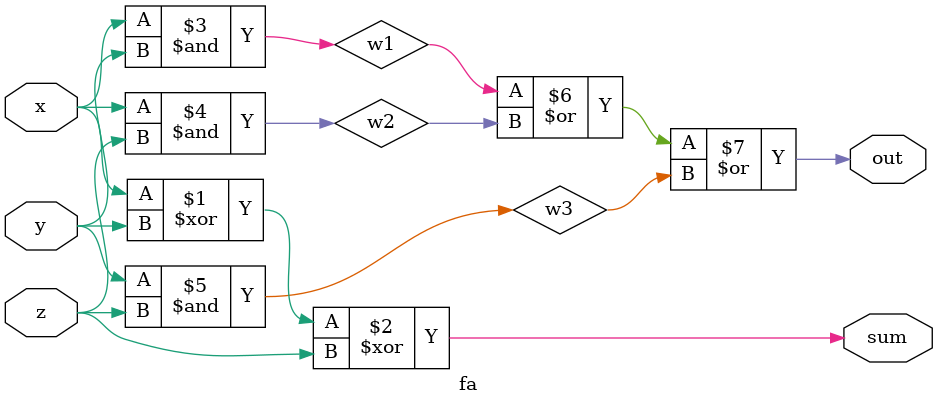
<source format=v>
module multiplier_4b(a,b,out);
input [3:0]a;
input [3:0]b;
output [7:0]out;

wire [3:0]w1,w2,w3,w4;
           
assign w1[0]=a[0]&b[0];
assign w1[1]=a[1]&b[0];
assign w1[2]=a[2]&b[0];
assign w1[3]=a[3]&b[0];

assign w2[0]=a[0]&b[1];
assign w2[1]=a[1]&b[1];
assign w2[2]=a[2]&b[1];
assign w2[3]=a[3]&b[1];

assign w3[0]=a[0]&b[2];
assign w3[1]=a[1]&b[2];
assign w3[2]=a[2]&b[2];
assign w3[3]=a[3]&b[2];

assign w4[0]=a[0]&b[3];
assign w4[1]=a[1]&b[3];
assign w4[2]=a[2]&b[3];
assign w4[3]=a[3]&b[3];

wire x1,x2,x3,x4,x5,x6,v1,v2;

assign out[0]=a[0]&b[0];
four_ripple_adder f1(out[1],x1,x2,x3,v1,w2[0],w2[1],w2[2],w2[3],w1[1],w1[2],w1[3],1'b0,1'b0);
four_ripple_adder f2(out[2],x4,x5,x6,v2,w3[0],w3[1],w3[2],w3[3],x1,x2,x3,v1,1'b0);
four_ripple_adder f3(out[3],out[4],out[5],out[6],out[7],w4[0],w4[1],w4[2],w4[3],x4,x5,x6,v2,1'b0);
endmodule

module four_ripple_adder(s0,s1,s2,s3,cout,a0,a1,a2,a3,b0,b1,b2,b3,cin);
input a0,a1,a2,a3,b0,b1,b2,b3;
input cin;
output s0,s1,s2,s3,cout;
wire w0,w1,w2,w3;

fa f1(a0,b0,cin,s0,w0);
fa f2(a1,b1,w0,s1,w1);
fa f3(a2,b2,w1,s2,w2);
fa f4(a3,b3,w2,s3,cout);
endmodule

module fa(x,y,z,sum,out);
input  x,y,z;
output out,sum;
wire w1,w2,w3;

xor x1(sum,x,y,z);
and a1(w1,x,y);
and a2(w2,x,z);
and a3(w3,y,z);
or o1(out,w1,w2,w3);
endmodule
</source>
